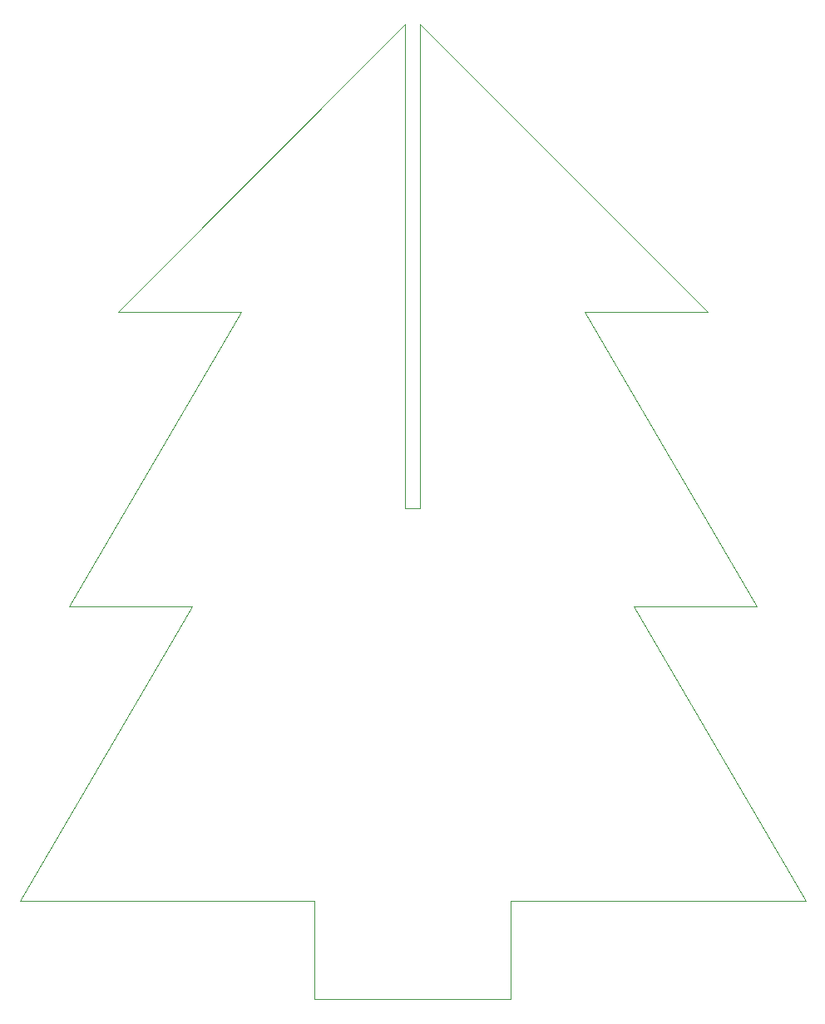
<source format=gm1>
%TF.GenerationSoftware,KiCad,Pcbnew,(6.0.9)*%
%TF.CreationDate,2022-12-10T14:06:52+01:00*%
%TF.ProjectId,PartoUno,50617274-6f55-46e6-9f2e-6b696361645f,rev?*%
%TF.SameCoordinates,Original*%
%TF.FileFunction,Profile,NP*%
%FSLAX46Y46*%
G04 Gerber Fmt 4.6, Leading zero omitted, Abs format (unit mm)*
G04 Created by KiCad (PCBNEW (6.0.9)) date 2022-12-10 14:06:52*
%MOMM*%
%LPD*%
G01*
G04 APERTURE LIST*
%TA.AperFunction,Profile*%
%ADD10C,0.038100*%
%TD*%
G04 APERTURE END LIST*
D10*
X139750000Y-53750000D02*
X139750000Y-103000000D01*
X130500000Y-143000000D02*
X100500000Y-143000000D01*
X100500000Y-143000000D02*
X118000000Y-113000000D01*
X130500000Y-153000000D02*
X130500000Y-143000000D01*
X141250000Y-53750000D02*
X170500000Y-83000000D01*
X110500000Y-83000000D02*
X123000000Y-83000000D01*
X118000000Y-113000000D02*
X105500000Y-113000000D01*
X110500000Y-83000000D02*
X139750000Y-53750000D01*
X150500000Y-153000000D02*
X130500000Y-153000000D01*
X141250000Y-103000000D02*
X141250000Y-53750000D01*
X180500000Y-143000000D02*
X150500000Y-143000000D01*
X139750000Y-103000000D02*
X141250000Y-103000000D01*
X158000000Y-83000000D02*
X175500000Y-113000000D01*
X158000000Y-83000000D02*
X170500000Y-83000000D01*
X175500000Y-113000000D02*
X163000000Y-113000000D01*
X105500000Y-113000000D02*
X123000000Y-83000000D01*
X163000000Y-113000000D02*
X180500000Y-143000000D01*
X150500000Y-143000000D02*
X150500000Y-153000000D01*
M02*

</source>
